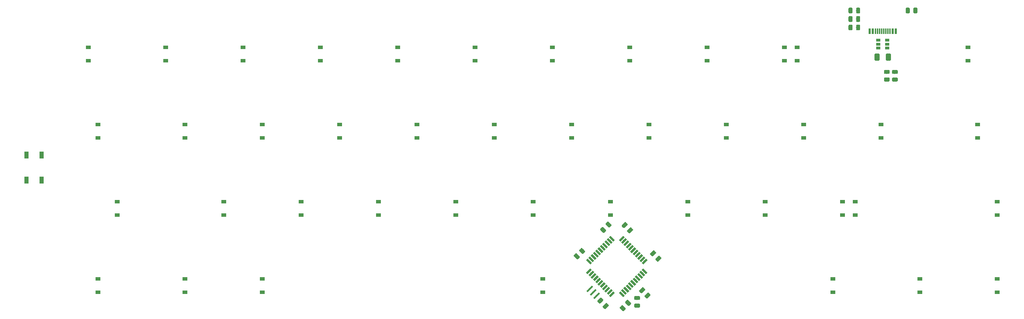
<source format=gbr>
G04 #@! TF.GenerationSoftware,KiCad,Pcbnew,(5.1.4)-1*
G04 #@! TF.CreationDate,2020-11-14T13:14:41-08:00*
G04 #@! TF.ProjectId,vanish,76616e69-7368-42e6-9b69-6361645f7063,rev?*
G04 #@! TF.SameCoordinates,Original*
G04 #@! TF.FileFunction,Paste,Bot*
G04 #@! TF.FilePolarity,Positive*
%FSLAX46Y46*%
G04 Gerber Fmt 4.6, Leading zero omitted, Abs format (unit mm)*
G04 Created by KiCad (PCBNEW (5.1.4)-1) date 2020-11-14 13:14:41*
%MOMM*%
%LPD*%
G04 APERTURE LIST*
%ADD10C,0.100000*%
%ADD11C,0.975000*%
%ADD12R,0.600000X1.450000*%
%ADD13R,0.300000X1.450000*%
%ADD14C,0.400000*%
%ADD15R,1.060000X0.650000*%
%ADD16R,1.100000X1.800000*%
%ADD17R,1.200000X0.900000*%
%ADD18C,1.250000*%
%ADD19C,0.550000*%
G04 APERTURE END LIST*
D10*
G36*
X165635719Y-90550362D02*
G01*
X165659380Y-90553872D01*
X165682584Y-90559684D01*
X165705106Y-90567742D01*
X165726730Y-90577970D01*
X165747247Y-90590267D01*
X165766460Y-90604517D01*
X165784184Y-90620581D01*
X166429419Y-91265816D01*
X166445483Y-91283540D01*
X166459733Y-91302753D01*
X166472030Y-91323270D01*
X166482258Y-91344894D01*
X166490316Y-91367416D01*
X166496128Y-91390620D01*
X166499638Y-91414281D01*
X166500812Y-91438173D01*
X166499638Y-91462065D01*
X166496128Y-91485726D01*
X166490316Y-91508930D01*
X166482258Y-91531452D01*
X166472030Y-91553076D01*
X166459733Y-91573593D01*
X166445483Y-91592806D01*
X166429419Y-91610530D01*
X166084704Y-91955245D01*
X166066980Y-91971309D01*
X166047767Y-91985559D01*
X166027250Y-91997856D01*
X166005626Y-92008084D01*
X165983104Y-92016142D01*
X165959900Y-92021954D01*
X165936239Y-92025464D01*
X165912347Y-92026638D01*
X165888455Y-92025464D01*
X165864794Y-92021954D01*
X165841590Y-92016142D01*
X165819068Y-92008084D01*
X165797444Y-91997856D01*
X165776927Y-91985559D01*
X165757714Y-91971309D01*
X165739990Y-91955245D01*
X165094755Y-91310010D01*
X165078691Y-91292286D01*
X165064441Y-91273073D01*
X165052144Y-91252556D01*
X165041916Y-91230932D01*
X165033858Y-91208410D01*
X165028046Y-91185206D01*
X165024536Y-91161545D01*
X165023362Y-91137653D01*
X165024536Y-91113761D01*
X165028046Y-91090100D01*
X165033858Y-91066896D01*
X165041916Y-91044374D01*
X165052144Y-91022750D01*
X165064441Y-91002233D01*
X165078691Y-90983020D01*
X165094755Y-90965296D01*
X165439470Y-90620581D01*
X165457194Y-90604517D01*
X165476407Y-90590267D01*
X165496924Y-90577970D01*
X165518548Y-90567742D01*
X165541070Y-90559684D01*
X165564274Y-90553872D01*
X165587935Y-90550362D01*
X165611827Y-90549188D01*
X165635719Y-90550362D01*
X165635719Y-90550362D01*
G37*
D11*
X165762087Y-91287913D03*
D10*
G36*
X166961545Y-89224536D02*
G01*
X166985206Y-89228046D01*
X167008410Y-89233858D01*
X167030932Y-89241916D01*
X167052556Y-89252144D01*
X167073073Y-89264441D01*
X167092286Y-89278691D01*
X167110010Y-89294755D01*
X167755245Y-89939990D01*
X167771309Y-89957714D01*
X167785559Y-89976927D01*
X167797856Y-89997444D01*
X167808084Y-90019068D01*
X167816142Y-90041590D01*
X167821954Y-90064794D01*
X167825464Y-90088455D01*
X167826638Y-90112347D01*
X167825464Y-90136239D01*
X167821954Y-90159900D01*
X167816142Y-90183104D01*
X167808084Y-90205626D01*
X167797856Y-90227250D01*
X167785559Y-90247767D01*
X167771309Y-90266980D01*
X167755245Y-90284704D01*
X167410530Y-90629419D01*
X167392806Y-90645483D01*
X167373593Y-90659733D01*
X167353076Y-90672030D01*
X167331452Y-90682258D01*
X167308930Y-90690316D01*
X167285726Y-90696128D01*
X167262065Y-90699638D01*
X167238173Y-90700812D01*
X167214281Y-90699638D01*
X167190620Y-90696128D01*
X167167416Y-90690316D01*
X167144894Y-90682258D01*
X167123270Y-90672030D01*
X167102753Y-90659733D01*
X167083540Y-90645483D01*
X167065816Y-90629419D01*
X166420581Y-89984184D01*
X166404517Y-89966460D01*
X166390267Y-89947247D01*
X166377970Y-89926730D01*
X166367742Y-89905106D01*
X166359684Y-89882584D01*
X166353872Y-89859380D01*
X166350362Y-89835719D01*
X166349188Y-89811827D01*
X166350362Y-89787935D01*
X166353872Y-89764274D01*
X166359684Y-89741070D01*
X166367742Y-89718548D01*
X166377970Y-89696924D01*
X166390267Y-89676407D01*
X166404517Y-89657194D01*
X166420581Y-89639470D01*
X166765296Y-89294755D01*
X166783020Y-89278691D01*
X166802233Y-89264441D01*
X166822750Y-89252144D01*
X166844374Y-89241916D01*
X166866896Y-89233858D01*
X166890100Y-89228046D01*
X166913761Y-89224536D01*
X166937653Y-89223362D01*
X166961545Y-89224536D01*
X166961545Y-89224536D01*
G37*
D11*
X167087913Y-89962087D03*
D10*
G36*
X172037065Y-87425362D02*
G01*
X172060726Y-87428872D01*
X172083930Y-87434684D01*
X172106452Y-87442742D01*
X172128076Y-87452970D01*
X172148593Y-87465267D01*
X172167806Y-87479517D01*
X172185530Y-87495581D01*
X172530245Y-87840296D01*
X172546309Y-87858020D01*
X172560559Y-87877233D01*
X172572856Y-87897750D01*
X172583084Y-87919374D01*
X172591142Y-87941896D01*
X172596954Y-87965100D01*
X172600464Y-87988761D01*
X172601638Y-88012653D01*
X172600464Y-88036545D01*
X172596954Y-88060206D01*
X172591142Y-88083410D01*
X172583084Y-88105932D01*
X172572856Y-88127556D01*
X172560559Y-88148073D01*
X172546309Y-88167286D01*
X172530245Y-88185010D01*
X171885010Y-88830245D01*
X171867286Y-88846309D01*
X171848073Y-88860559D01*
X171827556Y-88872856D01*
X171805932Y-88883084D01*
X171783410Y-88891142D01*
X171760206Y-88896954D01*
X171736545Y-88900464D01*
X171712653Y-88901638D01*
X171688761Y-88900464D01*
X171665100Y-88896954D01*
X171641896Y-88891142D01*
X171619374Y-88883084D01*
X171597750Y-88872856D01*
X171577233Y-88860559D01*
X171558020Y-88846309D01*
X171540296Y-88830245D01*
X171195581Y-88485530D01*
X171179517Y-88467806D01*
X171165267Y-88448593D01*
X171152970Y-88428076D01*
X171142742Y-88406452D01*
X171134684Y-88383930D01*
X171128872Y-88360726D01*
X171125362Y-88337065D01*
X171124188Y-88313173D01*
X171125362Y-88289281D01*
X171128872Y-88265620D01*
X171134684Y-88242416D01*
X171142742Y-88219894D01*
X171152970Y-88198270D01*
X171165267Y-88177753D01*
X171179517Y-88158540D01*
X171195581Y-88140816D01*
X171840816Y-87495581D01*
X171858540Y-87479517D01*
X171877753Y-87465267D01*
X171898270Y-87452970D01*
X171919894Y-87442742D01*
X171942416Y-87434684D01*
X171965620Y-87428872D01*
X171989281Y-87425362D01*
X172013173Y-87424188D01*
X172037065Y-87425362D01*
X172037065Y-87425362D01*
G37*
D11*
X171862913Y-88162913D03*
D10*
G36*
X170711239Y-86099536D02*
G01*
X170734900Y-86103046D01*
X170758104Y-86108858D01*
X170780626Y-86116916D01*
X170802250Y-86127144D01*
X170822767Y-86139441D01*
X170841980Y-86153691D01*
X170859704Y-86169755D01*
X171204419Y-86514470D01*
X171220483Y-86532194D01*
X171234733Y-86551407D01*
X171247030Y-86571924D01*
X171257258Y-86593548D01*
X171265316Y-86616070D01*
X171271128Y-86639274D01*
X171274638Y-86662935D01*
X171275812Y-86686827D01*
X171274638Y-86710719D01*
X171271128Y-86734380D01*
X171265316Y-86757584D01*
X171257258Y-86780106D01*
X171247030Y-86801730D01*
X171234733Y-86822247D01*
X171220483Y-86841460D01*
X171204419Y-86859184D01*
X170559184Y-87504419D01*
X170541460Y-87520483D01*
X170522247Y-87534733D01*
X170501730Y-87547030D01*
X170480106Y-87557258D01*
X170457584Y-87565316D01*
X170434380Y-87571128D01*
X170410719Y-87574638D01*
X170386827Y-87575812D01*
X170362935Y-87574638D01*
X170339274Y-87571128D01*
X170316070Y-87565316D01*
X170293548Y-87557258D01*
X170271924Y-87547030D01*
X170251407Y-87534733D01*
X170232194Y-87520483D01*
X170214470Y-87504419D01*
X169869755Y-87159704D01*
X169853691Y-87141980D01*
X169839441Y-87122767D01*
X169827144Y-87102250D01*
X169816916Y-87080626D01*
X169808858Y-87058104D01*
X169803046Y-87034900D01*
X169799536Y-87011239D01*
X169798362Y-86987347D01*
X169799536Y-86963455D01*
X169803046Y-86939794D01*
X169808858Y-86916590D01*
X169816916Y-86894068D01*
X169827144Y-86872444D01*
X169839441Y-86851927D01*
X169853691Y-86832714D01*
X169869755Y-86814990D01*
X170514990Y-86169755D01*
X170532714Y-86153691D01*
X170551927Y-86139441D01*
X170572444Y-86127144D01*
X170594068Y-86116916D01*
X170616590Y-86108858D01*
X170639794Y-86103046D01*
X170663455Y-86099536D01*
X170687347Y-86098362D01*
X170711239Y-86099536D01*
X170711239Y-86099536D01*
G37*
D11*
X170537087Y-86837087D03*
D10*
G36*
X222130142Y-17101174D02*
G01*
X222153803Y-17104684D01*
X222177007Y-17110496D01*
X222199529Y-17118554D01*
X222221153Y-17128782D01*
X222241670Y-17141079D01*
X222260883Y-17155329D01*
X222278607Y-17171393D01*
X222294671Y-17189117D01*
X222308921Y-17208330D01*
X222321218Y-17228847D01*
X222331446Y-17250471D01*
X222339504Y-17272993D01*
X222345316Y-17296197D01*
X222348826Y-17319858D01*
X222350000Y-17343750D01*
X222350000Y-18256250D01*
X222348826Y-18280142D01*
X222345316Y-18303803D01*
X222339504Y-18327007D01*
X222331446Y-18349529D01*
X222321218Y-18371153D01*
X222308921Y-18391670D01*
X222294671Y-18410883D01*
X222278607Y-18428607D01*
X222260883Y-18444671D01*
X222241670Y-18458921D01*
X222221153Y-18471218D01*
X222199529Y-18481446D01*
X222177007Y-18489504D01*
X222153803Y-18495316D01*
X222130142Y-18498826D01*
X222106250Y-18500000D01*
X221618750Y-18500000D01*
X221594858Y-18498826D01*
X221571197Y-18495316D01*
X221547993Y-18489504D01*
X221525471Y-18481446D01*
X221503847Y-18471218D01*
X221483330Y-18458921D01*
X221464117Y-18444671D01*
X221446393Y-18428607D01*
X221430329Y-18410883D01*
X221416079Y-18391670D01*
X221403782Y-18371153D01*
X221393554Y-18349529D01*
X221385496Y-18327007D01*
X221379684Y-18303803D01*
X221376174Y-18280142D01*
X221375000Y-18256250D01*
X221375000Y-17343750D01*
X221376174Y-17319858D01*
X221379684Y-17296197D01*
X221385496Y-17272993D01*
X221393554Y-17250471D01*
X221403782Y-17228847D01*
X221416079Y-17208330D01*
X221430329Y-17189117D01*
X221446393Y-17171393D01*
X221464117Y-17155329D01*
X221483330Y-17141079D01*
X221503847Y-17128782D01*
X221525471Y-17118554D01*
X221547993Y-17110496D01*
X221571197Y-17104684D01*
X221594858Y-17101174D01*
X221618750Y-17100000D01*
X222106250Y-17100000D01*
X222130142Y-17101174D01*
X222130142Y-17101174D01*
G37*
D11*
X221862500Y-17800000D03*
D10*
G36*
X224005142Y-17101174D02*
G01*
X224028803Y-17104684D01*
X224052007Y-17110496D01*
X224074529Y-17118554D01*
X224096153Y-17128782D01*
X224116670Y-17141079D01*
X224135883Y-17155329D01*
X224153607Y-17171393D01*
X224169671Y-17189117D01*
X224183921Y-17208330D01*
X224196218Y-17228847D01*
X224206446Y-17250471D01*
X224214504Y-17272993D01*
X224220316Y-17296197D01*
X224223826Y-17319858D01*
X224225000Y-17343750D01*
X224225000Y-18256250D01*
X224223826Y-18280142D01*
X224220316Y-18303803D01*
X224214504Y-18327007D01*
X224206446Y-18349529D01*
X224196218Y-18371153D01*
X224183921Y-18391670D01*
X224169671Y-18410883D01*
X224153607Y-18428607D01*
X224135883Y-18444671D01*
X224116670Y-18458921D01*
X224096153Y-18471218D01*
X224074529Y-18481446D01*
X224052007Y-18489504D01*
X224028803Y-18495316D01*
X224005142Y-18498826D01*
X223981250Y-18500000D01*
X223493750Y-18500000D01*
X223469858Y-18498826D01*
X223446197Y-18495316D01*
X223422993Y-18489504D01*
X223400471Y-18481446D01*
X223378847Y-18471218D01*
X223358330Y-18458921D01*
X223339117Y-18444671D01*
X223321393Y-18428607D01*
X223305329Y-18410883D01*
X223291079Y-18391670D01*
X223278782Y-18371153D01*
X223268554Y-18349529D01*
X223260496Y-18327007D01*
X223254684Y-18303803D01*
X223251174Y-18280142D01*
X223250000Y-18256250D01*
X223250000Y-17343750D01*
X223251174Y-17319858D01*
X223254684Y-17296197D01*
X223260496Y-17272993D01*
X223268554Y-17250471D01*
X223278782Y-17228847D01*
X223291079Y-17208330D01*
X223305329Y-17189117D01*
X223321393Y-17171393D01*
X223339117Y-17155329D01*
X223358330Y-17141079D01*
X223378847Y-17128782D01*
X223400471Y-17118554D01*
X223422993Y-17110496D01*
X223446197Y-17104684D01*
X223469858Y-17101174D01*
X223493750Y-17100000D01*
X223981250Y-17100000D01*
X224005142Y-17101174D01*
X224005142Y-17101174D01*
G37*
D11*
X223737500Y-17800000D03*
D12*
X233015000Y-22895000D03*
X226565000Y-22895000D03*
X232240000Y-22895000D03*
X227340000Y-22895000D03*
D13*
X228040000Y-22895000D03*
X231540000Y-22895000D03*
X228540000Y-22895000D03*
X231040000Y-22895000D03*
X229040000Y-22895000D03*
X230540000Y-22895000D03*
X230040000Y-22895000D03*
X229540000Y-22895000D03*
D10*
G36*
X231280142Y-32476174D02*
G01*
X231303803Y-32479684D01*
X231327007Y-32485496D01*
X231349529Y-32493554D01*
X231371153Y-32503782D01*
X231391670Y-32516079D01*
X231410883Y-32530329D01*
X231428607Y-32546393D01*
X231444671Y-32564117D01*
X231458921Y-32583330D01*
X231471218Y-32603847D01*
X231481446Y-32625471D01*
X231489504Y-32647993D01*
X231495316Y-32671197D01*
X231498826Y-32694858D01*
X231500000Y-32718750D01*
X231500000Y-33206250D01*
X231498826Y-33230142D01*
X231495316Y-33253803D01*
X231489504Y-33277007D01*
X231481446Y-33299529D01*
X231471218Y-33321153D01*
X231458921Y-33341670D01*
X231444671Y-33360883D01*
X231428607Y-33378607D01*
X231410883Y-33394671D01*
X231391670Y-33408921D01*
X231371153Y-33421218D01*
X231349529Y-33431446D01*
X231327007Y-33439504D01*
X231303803Y-33445316D01*
X231280142Y-33448826D01*
X231256250Y-33450000D01*
X230343750Y-33450000D01*
X230319858Y-33448826D01*
X230296197Y-33445316D01*
X230272993Y-33439504D01*
X230250471Y-33431446D01*
X230228847Y-33421218D01*
X230208330Y-33408921D01*
X230189117Y-33394671D01*
X230171393Y-33378607D01*
X230155329Y-33360883D01*
X230141079Y-33341670D01*
X230128782Y-33321153D01*
X230118554Y-33299529D01*
X230110496Y-33277007D01*
X230104684Y-33253803D01*
X230101174Y-33230142D01*
X230100000Y-33206250D01*
X230100000Y-32718750D01*
X230101174Y-32694858D01*
X230104684Y-32671197D01*
X230110496Y-32647993D01*
X230118554Y-32625471D01*
X230128782Y-32603847D01*
X230141079Y-32583330D01*
X230155329Y-32564117D01*
X230171393Y-32546393D01*
X230189117Y-32530329D01*
X230208330Y-32516079D01*
X230228847Y-32503782D01*
X230250471Y-32493554D01*
X230272993Y-32485496D01*
X230296197Y-32479684D01*
X230319858Y-32476174D01*
X230343750Y-32475000D01*
X231256250Y-32475000D01*
X231280142Y-32476174D01*
X231280142Y-32476174D01*
G37*
D11*
X230800000Y-32962500D03*
D10*
G36*
X231280142Y-34351174D02*
G01*
X231303803Y-34354684D01*
X231327007Y-34360496D01*
X231349529Y-34368554D01*
X231371153Y-34378782D01*
X231391670Y-34391079D01*
X231410883Y-34405329D01*
X231428607Y-34421393D01*
X231444671Y-34439117D01*
X231458921Y-34458330D01*
X231471218Y-34478847D01*
X231481446Y-34500471D01*
X231489504Y-34522993D01*
X231495316Y-34546197D01*
X231498826Y-34569858D01*
X231500000Y-34593750D01*
X231500000Y-35081250D01*
X231498826Y-35105142D01*
X231495316Y-35128803D01*
X231489504Y-35152007D01*
X231481446Y-35174529D01*
X231471218Y-35196153D01*
X231458921Y-35216670D01*
X231444671Y-35235883D01*
X231428607Y-35253607D01*
X231410883Y-35269671D01*
X231391670Y-35283921D01*
X231371153Y-35296218D01*
X231349529Y-35306446D01*
X231327007Y-35314504D01*
X231303803Y-35320316D01*
X231280142Y-35323826D01*
X231256250Y-35325000D01*
X230343750Y-35325000D01*
X230319858Y-35323826D01*
X230296197Y-35320316D01*
X230272993Y-35314504D01*
X230250471Y-35306446D01*
X230228847Y-35296218D01*
X230208330Y-35283921D01*
X230189117Y-35269671D01*
X230171393Y-35253607D01*
X230155329Y-35235883D01*
X230141079Y-35216670D01*
X230128782Y-35196153D01*
X230118554Y-35174529D01*
X230110496Y-35152007D01*
X230104684Y-35128803D01*
X230101174Y-35105142D01*
X230100000Y-35081250D01*
X230100000Y-34593750D01*
X230101174Y-34569858D01*
X230104684Y-34546197D01*
X230110496Y-34522993D01*
X230118554Y-34500471D01*
X230128782Y-34478847D01*
X230141079Y-34458330D01*
X230155329Y-34439117D01*
X230171393Y-34421393D01*
X230189117Y-34405329D01*
X230208330Y-34391079D01*
X230228847Y-34378782D01*
X230250471Y-34368554D01*
X230272993Y-34360496D01*
X230296197Y-34354684D01*
X230319858Y-34351174D01*
X230343750Y-34350000D01*
X231256250Y-34350000D01*
X231280142Y-34351174D01*
X231280142Y-34351174D01*
G37*
D11*
X230800000Y-34837500D03*
D10*
G36*
X233280142Y-32476174D02*
G01*
X233303803Y-32479684D01*
X233327007Y-32485496D01*
X233349529Y-32493554D01*
X233371153Y-32503782D01*
X233391670Y-32516079D01*
X233410883Y-32530329D01*
X233428607Y-32546393D01*
X233444671Y-32564117D01*
X233458921Y-32583330D01*
X233471218Y-32603847D01*
X233481446Y-32625471D01*
X233489504Y-32647993D01*
X233495316Y-32671197D01*
X233498826Y-32694858D01*
X233500000Y-32718750D01*
X233500000Y-33206250D01*
X233498826Y-33230142D01*
X233495316Y-33253803D01*
X233489504Y-33277007D01*
X233481446Y-33299529D01*
X233471218Y-33321153D01*
X233458921Y-33341670D01*
X233444671Y-33360883D01*
X233428607Y-33378607D01*
X233410883Y-33394671D01*
X233391670Y-33408921D01*
X233371153Y-33421218D01*
X233349529Y-33431446D01*
X233327007Y-33439504D01*
X233303803Y-33445316D01*
X233280142Y-33448826D01*
X233256250Y-33450000D01*
X232343750Y-33450000D01*
X232319858Y-33448826D01*
X232296197Y-33445316D01*
X232272993Y-33439504D01*
X232250471Y-33431446D01*
X232228847Y-33421218D01*
X232208330Y-33408921D01*
X232189117Y-33394671D01*
X232171393Y-33378607D01*
X232155329Y-33360883D01*
X232141079Y-33341670D01*
X232128782Y-33321153D01*
X232118554Y-33299529D01*
X232110496Y-33277007D01*
X232104684Y-33253803D01*
X232101174Y-33230142D01*
X232100000Y-33206250D01*
X232100000Y-32718750D01*
X232101174Y-32694858D01*
X232104684Y-32671197D01*
X232110496Y-32647993D01*
X232118554Y-32625471D01*
X232128782Y-32603847D01*
X232141079Y-32583330D01*
X232155329Y-32564117D01*
X232171393Y-32546393D01*
X232189117Y-32530329D01*
X232208330Y-32516079D01*
X232228847Y-32503782D01*
X232250471Y-32493554D01*
X232272993Y-32485496D01*
X232296197Y-32479684D01*
X232319858Y-32476174D01*
X232343750Y-32475000D01*
X233256250Y-32475000D01*
X233280142Y-32476174D01*
X233280142Y-32476174D01*
G37*
D11*
X232800000Y-32962500D03*
D10*
G36*
X233280142Y-34351174D02*
G01*
X233303803Y-34354684D01*
X233327007Y-34360496D01*
X233349529Y-34368554D01*
X233371153Y-34378782D01*
X233391670Y-34391079D01*
X233410883Y-34405329D01*
X233428607Y-34421393D01*
X233444671Y-34439117D01*
X233458921Y-34458330D01*
X233471218Y-34478847D01*
X233481446Y-34500471D01*
X233489504Y-34522993D01*
X233495316Y-34546197D01*
X233498826Y-34569858D01*
X233500000Y-34593750D01*
X233500000Y-35081250D01*
X233498826Y-35105142D01*
X233495316Y-35128803D01*
X233489504Y-35152007D01*
X233481446Y-35174529D01*
X233471218Y-35196153D01*
X233458921Y-35216670D01*
X233444671Y-35235883D01*
X233428607Y-35253607D01*
X233410883Y-35269671D01*
X233391670Y-35283921D01*
X233371153Y-35296218D01*
X233349529Y-35306446D01*
X233327007Y-35314504D01*
X233303803Y-35320316D01*
X233280142Y-35323826D01*
X233256250Y-35325000D01*
X232343750Y-35325000D01*
X232319858Y-35323826D01*
X232296197Y-35320316D01*
X232272993Y-35314504D01*
X232250471Y-35306446D01*
X232228847Y-35296218D01*
X232208330Y-35283921D01*
X232189117Y-35269671D01*
X232171393Y-35253607D01*
X232155329Y-35235883D01*
X232141079Y-35216670D01*
X232128782Y-35196153D01*
X232118554Y-35174529D01*
X232110496Y-35152007D01*
X232104684Y-35128803D01*
X232101174Y-35105142D01*
X232100000Y-35081250D01*
X232100000Y-34593750D01*
X232101174Y-34569858D01*
X232104684Y-34546197D01*
X232110496Y-34522993D01*
X232118554Y-34500471D01*
X232128782Y-34478847D01*
X232141079Y-34458330D01*
X232155329Y-34439117D01*
X232171393Y-34421393D01*
X232189117Y-34405329D01*
X232208330Y-34391079D01*
X232228847Y-34378782D01*
X232250471Y-34368554D01*
X232272993Y-34360496D01*
X232296197Y-34354684D01*
X232319858Y-34351174D01*
X232343750Y-34350000D01*
X233256250Y-34350000D01*
X233280142Y-34351174D01*
X233280142Y-34351174D01*
G37*
D11*
X232800000Y-34837500D03*
D14*
X159300000Y-88200000D03*
D10*
G36*
X158486827Y-88730330D02*
G01*
X159830330Y-87386827D01*
X160113173Y-87669670D01*
X158769670Y-89013173D01*
X158486827Y-88730330D01*
X158486827Y-88730330D01*
G37*
D14*
X158451472Y-87351472D03*
D10*
G36*
X157638299Y-87881802D02*
G01*
X158981802Y-86538299D01*
X159264645Y-86821142D01*
X157921142Y-88164645D01*
X157638299Y-87881802D01*
X157638299Y-87881802D01*
G37*
D14*
X157602944Y-86502944D03*
D10*
G36*
X156789771Y-87033274D02*
G01*
X158133274Y-85689771D01*
X158416117Y-85972614D01*
X157072614Y-87316117D01*
X156789771Y-87033274D01*
X156789771Y-87033274D01*
G37*
G36*
X222130142Y-21301174D02*
G01*
X222153803Y-21304684D01*
X222177007Y-21310496D01*
X222199529Y-21318554D01*
X222221153Y-21328782D01*
X222241670Y-21341079D01*
X222260883Y-21355329D01*
X222278607Y-21371393D01*
X222294671Y-21389117D01*
X222308921Y-21408330D01*
X222321218Y-21428847D01*
X222331446Y-21450471D01*
X222339504Y-21472993D01*
X222345316Y-21496197D01*
X222348826Y-21519858D01*
X222350000Y-21543750D01*
X222350000Y-22456250D01*
X222348826Y-22480142D01*
X222345316Y-22503803D01*
X222339504Y-22527007D01*
X222331446Y-22549529D01*
X222321218Y-22571153D01*
X222308921Y-22591670D01*
X222294671Y-22610883D01*
X222278607Y-22628607D01*
X222260883Y-22644671D01*
X222241670Y-22658921D01*
X222221153Y-22671218D01*
X222199529Y-22681446D01*
X222177007Y-22689504D01*
X222153803Y-22695316D01*
X222130142Y-22698826D01*
X222106250Y-22700000D01*
X221618750Y-22700000D01*
X221594858Y-22698826D01*
X221571197Y-22695316D01*
X221547993Y-22689504D01*
X221525471Y-22681446D01*
X221503847Y-22671218D01*
X221483330Y-22658921D01*
X221464117Y-22644671D01*
X221446393Y-22628607D01*
X221430329Y-22610883D01*
X221416079Y-22591670D01*
X221403782Y-22571153D01*
X221393554Y-22549529D01*
X221385496Y-22527007D01*
X221379684Y-22503803D01*
X221376174Y-22480142D01*
X221375000Y-22456250D01*
X221375000Y-21543750D01*
X221376174Y-21519858D01*
X221379684Y-21496197D01*
X221385496Y-21472993D01*
X221393554Y-21450471D01*
X221403782Y-21428847D01*
X221416079Y-21408330D01*
X221430329Y-21389117D01*
X221446393Y-21371393D01*
X221464117Y-21355329D01*
X221483330Y-21341079D01*
X221503847Y-21328782D01*
X221525471Y-21318554D01*
X221547993Y-21310496D01*
X221571197Y-21304684D01*
X221594858Y-21301174D01*
X221618750Y-21300000D01*
X222106250Y-21300000D01*
X222130142Y-21301174D01*
X222130142Y-21301174D01*
G37*
D11*
X221862500Y-22000000D03*
D10*
G36*
X224005142Y-21301174D02*
G01*
X224028803Y-21304684D01*
X224052007Y-21310496D01*
X224074529Y-21318554D01*
X224096153Y-21328782D01*
X224116670Y-21341079D01*
X224135883Y-21355329D01*
X224153607Y-21371393D01*
X224169671Y-21389117D01*
X224183921Y-21408330D01*
X224196218Y-21428847D01*
X224206446Y-21450471D01*
X224214504Y-21472993D01*
X224220316Y-21496197D01*
X224223826Y-21519858D01*
X224225000Y-21543750D01*
X224225000Y-22456250D01*
X224223826Y-22480142D01*
X224220316Y-22503803D01*
X224214504Y-22527007D01*
X224206446Y-22549529D01*
X224196218Y-22571153D01*
X224183921Y-22591670D01*
X224169671Y-22610883D01*
X224153607Y-22628607D01*
X224135883Y-22644671D01*
X224116670Y-22658921D01*
X224096153Y-22671218D01*
X224074529Y-22681446D01*
X224052007Y-22689504D01*
X224028803Y-22695316D01*
X224005142Y-22698826D01*
X223981250Y-22700000D01*
X223493750Y-22700000D01*
X223469858Y-22698826D01*
X223446197Y-22695316D01*
X223422993Y-22689504D01*
X223400471Y-22681446D01*
X223378847Y-22671218D01*
X223358330Y-22658921D01*
X223339117Y-22644671D01*
X223321393Y-22628607D01*
X223305329Y-22610883D01*
X223291079Y-22591670D01*
X223278782Y-22571153D01*
X223268554Y-22549529D01*
X223260496Y-22527007D01*
X223254684Y-22503803D01*
X223251174Y-22480142D01*
X223250000Y-22456250D01*
X223250000Y-21543750D01*
X223251174Y-21519858D01*
X223254684Y-21496197D01*
X223260496Y-21472993D01*
X223268554Y-21450471D01*
X223278782Y-21428847D01*
X223291079Y-21408330D01*
X223305329Y-21389117D01*
X223321393Y-21371393D01*
X223339117Y-21355329D01*
X223358330Y-21341079D01*
X223378847Y-21328782D01*
X223400471Y-21318554D01*
X223422993Y-21310496D01*
X223446197Y-21304684D01*
X223469858Y-21301174D01*
X223493750Y-21300000D01*
X223981250Y-21300000D01*
X224005142Y-21301174D01*
X224005142Y-21301174D01*
G37*
D11*
X223737500Y-22000000D03*
D10*
G36*
X224005142Y-19201174D02*
G01*
X224028803Y-19204684D01*
X224052007Y-19210496D01*
X224074529Y-19218554D01*
X224096153Y-19228782D01*
X224116670Y-19241079D01*
X224135883Y-19255329D01*
X224153607Y-19271393D01*
X224169671Y-19289117D01*
X224183921Y-19308330D01*
X224196218Y-19328847D01*
X224206446Y-19350471D01*
X224214504Y-19372993D01*
X224220316Y-19396197D01*
X224223826Y-19419858D01*
X224225000Y-19443750D01*
X224225000Y-20356250D01*
X224223826Y-20380142D01*
X224220316Y-20403803D01*
X224214504Y-20427007D01*
X224206446Y-20449529D01*
X224196218Y-20471153D01*
X224183921Y-20491670D01*
X224169671Y-20510883D01*
X224153607Y-20528607D01*
X224135883Y-20544671D01*
X224116670Y-20558921D01*
X224096153Y-20571218D01*
X224074529Y-20581446D01*
X224052007Y-20589504D01*
X224028803Y-20595316D01*
X224005142Y-20598826D01*
X223981250Y-20600000D01*
X223493750Y-20600000D01*
X223469858Y-20598826D01*
X223446197Y-20595316D01*
X223422993Y-20589504D01*
X223400471Y-20581446D01*
X223378847Y-20571218D01*
X223358330Y-20558921D01*
X223339117Y-20544671D01*
X223321393Y-20528607D01*
X223305329Y-20510883D01*
X223291079Y-20491670D01*
X223278782Y-20471153D01*
X223268554Y-20449529D01*
X223260496Y-20427007D01*
X223254684Y-20403803D01*
X223251174Y-20380142D01*
X223250000Y-20356250D01*
X223250000Y-19443750D01*
X223251174Y-19419858D01*
X223254684Y-19396197D01*
X223260496Y-19372993D01*
X223268554Y-19350471D01*
X223278782Y-19328847D01*
X223291079Y-19308330D01*
X223305329Y-19289117D01*
X223321393Y-19271393D01*
X223339117Y-19255329D01*
X223358330Y-19241079D01*
X223378847Y-19228782D01*
X223400471Y-19218554D01*
X223422993Y-19210496D01*
X223446197Y-19204684D01*
X223469858Y-19201174D01*
X223493750Y-19200000D01*
X223981250Y-19200000D01*
X224005142Y-19201174D01*
X224005142Y-19201174D01*
G37*
D11*
X223737500Y-19900000D03*
D10*
G36*
X222130142Y-19201174D02*
G01*
X222153803Y-19204684D01*
X222177007Y-19210496D01*
X222199529Y-19218554D01*
X222221153Y-19228782D01*
X222241670Y-19241079D01*
X222260883Y-19255329D01*
X222278607Y-19271393D01*
X222294671Y-19289117D01*
X222308921Y-19308330D01*
X222321218Y-19328847D01*
X222331446Y-19350471D01*
X222339504Y-19372993D01*
X222345316Y-19396197D01*
X222348826Y-19419858D01*
X222350000Y-19443750D01*
X222350000Y-20356250D01*
X222348826Y-20380142D01*
X222345316Y-20403803D01*
X222339504Y-20427007D01*
X222331446Y-20449529D01*
X222321218Y-20471153D01*
X222308921Y-20491670D01*
X222294671Y-20510883D01*
X222278607Y-20528607D01*
X222260883Y-20544671D01*
X222241670Y-20558921D01*
X222221153Y-20571218D01*
X222199529Y-20581446D01*
X222177007Y-20589504D01*
X222153803Y-20595316D01*
X222130142Y-20598826D01*
X222106250Y-20600000D01*
X221618750Y-20600000D01*
X221594858Y-20598826D01*
X221571197Y-20595316D01*
X221547993Y-20589504D01*
X221525471Y-20581446D01*
X221503847Y-20571218D01*
X221483330Y-20558921D01*
X221464117Y-20544671D01*
X221446393Y-20528607D01*
X221430329Y-20510883D01*
X221416079Y-20491670D01*
X221403782Y-20471153D01*
X221393554Y-20449529D01*
X221385496Y-20427007D01*
X221379684Y-20403803D01*
X221376174Y-20380142D01*
X221375000Y-20356250D01*
X221375000Y-19443750D01*
X221376174Y-19419858D01*
X221379684Y-19396197D01*
X221385496Y-19372993D01*
X221393554Y-19350471D01*
X221403782Y-19328847D01*
X221416079Y-19308330D01*
X221430329Y-19289117D01*
X221446393Y-19271393D01*
X221464117Y-19255329D01*
X221483330Y-19241079D01*
X221503847Y-19228782D01*
X221525471Y-19218554D01*
X221547993Y-19210496D01*
X221571197Y-19204684D01*
X221594858Y-19201174D01*
X221618750Y-19200000D01*
X222106250Y-19200000D01*
X222130142Y-19201174D01*
X222130142Y-19201174D01*
G37*
D11*
X221862500Y-19900000D03*
D15*
X230900000Y-26100000D03*
X230900000Y-27050000D03*
X230900000Y-25150000D03*
X228700000Y-25150000D03*
X228700000Y-26100000D03*
X228700000Y-27050000D03*
D16*
X18931625Y-59700000D03*
X22631625Y-53500000D03*
X22631625Y-59700000D03*
X18931625Y-53500000D03*
D17*
X146050000Y-84075000D03*
X146050000Y-87375000D03*
D10*
G36*
X154310719Y-77725362D02*
G01*
X154334380Y-77728872D01*
X154357584Y-77734684D01*
X154380106Y-77742742D01*
X154401730Y-77752970D01*
X154422247Y-77765267D01*
X154441460Y-77779517D01*
X154459184Y-77795581D01*
X155104419Y-78440816D01*
X155120483Y-78458540D01*
X155134733Y-78477753D01*
X155147030Y-78498270D01*
X155157258Y-78519894D01*
X155165316Y-78542416D01*
X155171128Y-78565620D01*
X155174638Y-78589281D01*
X155175812Y-78613173D01*
X155174638Y-78637065D01*
X155171128Y-78660726D01*
X155165316Y-78683930D01*
X155157258Y-78706452D01*
X155147030Y-78728076D01*
X155134733Y-78748593D01*
X155120483Y-78767806D01*
X155104419Y-78785530D01*
X154759704Y-79130245D01*
X154741980Y-79146309D01*
X154722767Y-79160559D01*
X154702250Y-79172856D01*
X154680626Y-79183084D01*
X154658104Y-79191142D01*
X154634900Y-79196954D01*
X154611239Y-79200464D01*
X154587347Y-79201638D01*
X154563455Y-79200464D01*
X154539794Y-79196954D01*
X154516590Y-79191142D01*
X154494068Y-79183084D01*
X154472444Y-79172856D01*
X154451927Y-79160559D01*
X154432714Y-79146309D01*
X154414990Y-79130245D01*
X153769755Y-78485010D01*
X153753691Y-78467286D01*
X153739441Y-78448073D01*
X153727144Y-78427556D01*
X153716916Y-78405932D01*
X153708858Y-78383410D01*
X153703046Y-78360206D01*
X153699536Y-78336545D01*
X153698362Y-78312653D01*
X153699536Y-78288761D01*
X153703046Y-78265100D01*
X153708858Y-78241896D01*
X153716916Y-78219374D01*
X153727144Y-78197750D01*
X153739441Y-78177233D01*
X153753691Y-78158020D01*
X153769755Y-78140296D01*
X154114470Y-77795581D01*
X154132194Y-77779517D01*
X154151407Y-77765267D01*
X154171924Y-77752970D01*
X154193548Y-77742742D01*
X154216070Y-77734684D01*
X154239274Y-77728872D01*
X154262935Y-77725362D01*
X154286827Y-77724188D01*
X154310719Y-77725362D01*
X154310719Y-77725362D01*
G37*
D11*
X154437087Y-78462913D03*
D10*
G36*
X155636545Y-76399536D02*
G01*
X155660206Y-76403046D01*
X155683410Y-76408858D01*
X155705932Y-76416916D01*
X155727556Y-76427144D01*
X155748073Y-76439441D01*
X155767286Y-76453691D01*
X155785010Y-76469755D01*
X156430245Y-77114990D01*
X156446309Y-77132714D01*
X156460559Y-77151927D01*
X156472856Y-77172444D01*
X156483084Y-77194068D01*
X156491142Y-77216590D01*
X156496954Y-77239794D01*
X156500464Y-77263455D01*
X156501638Y-77287347D01*
X156500464Y-77311239D01*
X156496954Y-77334900D01*
X156491142Y-77358104D01*
X156483084Y-77380626D01*
X156472856Y-77402250D01*
X156460559Y-77422767D01*
X156446309Y-77441980D01*
X156430245Y-77459704D01*
X156085530Y-77804419D01*
X156067806Y-77820483D01*
X156048593Y-77834733D01*
X156028076Y-77847030D01*
X156006452Y-77857258D01*
X155983930Y-77865316D01*
X155960726Y-77871128D01*
X155937065Y-77874638D01*
X155913173Y-77875812D01*
X155889281Y-77874638D01*
X155865620Y-77871128D01*
X155842416Y-77865316D01*
X155819894Y-77857258D01*
X155798270Y-77847030D01*
X155777753Y-77834733D01*
X155758540Y-77820483D01*
X155740816Y-77804419D01*
X155095581Y-77159184D01*
X155079517Y-77141460D01*
X155065267Y-77122247D01*
X155052970Y-77101730D01*
X155042742Y-77080106D01*
X155034684Y-77057584D01*
X155028872Y-77034380D01*
X155025362Y-77010719D01*
X155024188Y-76986827D01*
X155025362Y-76962935D01*
X155028872Y-76939274D01*
X155034684Y-76916070D01*
X155042742Y-76893548D01*
X155052970Y-76871924D01*
X155065267Y-76851407D01*
X155079517Y-76832194D01*
X155095581Y-76814470D01*
X155440296Y-76469755D01*
X155458020Y-76453691D01*
X155477233Y-76439441D01*
X155497750Y-76427144D01*
X155519374Y-76416916D01*
X155541896Y-76408858D01*
X155565100Y-76403046D01*
X155588761Y-76399536D01*
X155612653Y-76398362D01*
X155636545Y-76399536D01*
X155636545Y-76399536D01*
G37*
D11*
X155762913Y-77137087D03*
D10*
G36*
X238105142Y-17101174D02*
G01*
X238128803Y-17104684D01*
X238152007Y-17110496D01*
X238174529Y-17118554D01*
X238196153Y-17128782D01*
X238216670Y-17141079D01*
X238235883Y-17155329D01*
X238253607Y-17171393D01*
X238269671Y-17189117D01*
X238283921Y-17208330D01*
X238296218Y-17228847D01*
X238306446Y-17250471D01*
X238314504Y-17272993D01*
X238320316Y-17296197D01*
X238323826Y-17319858D01*
X238325000Y-17343750D01*
X238325000Y-18256250D01*
X238323826Y-18280142D01*
X238320316Y-18303803D01*
X238314504Y-18327007D01*
X238306446Y-18349529D01*
X238296218Y-18371153D01*
X238283921Y-18391670D01*
X238269671Y-18410883D01*
X238253607Y-18428607D01*
X238235883Y-18444671D01*
X238216670Y-18458921D01*
X238196153Y-18471218D01*
X238174529Y-18481446D01*
X238152007Y-18489504D01*
X238128803Y-18495316D01*
X238105142Y-18498826D01*
X238081250Y-18500000D01*
X237593750Y-18500000D01*
X237569858Y-18498826D01*
X237546197Y-18495316D01*
X237522993Y-18489504D01*
X237500471Y-18481446D01*
X237478847Y-18471218D01*
X237458330Y-18458921D01*
X237439117Y-18444671D01*
X237421393Y-18428607D01*
X237405329Y-18410883D01*
X237391079Y-18391670D01*
X237378782Y-18371153D01*
X237368554Y-18349529D01*
X237360496Y-18327007D01*
X237354684Y-18303803D01*
X237351174Y-18280142D01*
X237350000Y-18256250D01*
X237350000Y-17343750D01*
X237351174Y-17319858D01*
X237354684Y-17296197D01*
X237360496Y-17272993D01*
X237368554Y-17250471D01*
X237378782Y-17228847D01*
X237391079Y-17208330D01*
X237405329Y-17189117D01*
X237421393Y-17171393D01*
X237439117Y-17155329D01*
X237458330Y-17141079D01*
X237478847Y-17128782D01*
X237500471Y-17118554D01*
X237522993Y-17110496D01*
X237546197Y-17104684D01*
X237569858Y-17101174D01*
X237593750Y-17100000D01*
X238081250Y-17100000D01*
X238105142Y-17101174D01*
X238105142Y-17101174D01*
G37*
D11*
X237837500Y-17800000D03*
D10*
G36*
X236230142Y-17101174D02*
G01*
X236253803Y-17104684D01*
X236277007Y-17110496D01*
X236299529Y-17118554D01*
X236321153Y-17128782D01*
X236341670Y-17141079D01*
X236360883Y-17155329D01*
X236378607Y-17171393D01*
X236394671Y-17189117D01*
X236408921Y-17208330D01*
X236421218Y-17228847D01*
X236431446Y-17250471D01*
X236439504Y-17272993D01*
X236445316Y-17296197D01*
X236448826Y-17319858D01*
X236450000Y-17343750D01*
X236450000Y-18256250D01*
X236448826Y-18280142D01*
X236445316Y-18303803D01*
X236439504Y-18327007D01*
X236431446Y-18349529D01*
X236421218Y-18371153D01*
X236408921Y-18391670D01*
X236394671Y-18410883D01*
X236378607Y-18428607D01*
X236360883Y-18444671D01*
X236341670Y-18458921D01*
X236321153Y-18471218D01*
X236299529Y-18481446D01*
X236277007Y-18489504D01*
X236253803Y-18495316D01*
X236230142Y-18498826D01*
X236206250Y-18500000D01*
X235718750Y-18500000D01*
X235694858Y-18498826D01*
X235671197Y-18495316D01*
X235647993Y-18489504D01*
X235625471Y-18481446D01*
X235603847Y-18471218D01*
X235583330Y-18458921D01*
X235564117Y-18444671D01*
X235546393Y-18428607D01*
X235530329Y-18410883D01*
X235516079Y-18391670D01*
X235503782Y-18371153D01*
X235493554Y-18349529D01*
X235485496Y-18327007D01*
X235479684Y-18303803D01*
X235476174Y-18280142D01*
X235475000Y-18256250D01*
X235475000Y-17343750D01*
X235476174Y-17319858D01*
X235479684Y-17296197D01*
X235485496Y-17272993D01*
X235493554Y-17250471D01*
X235503782Y-17228847D01*
X235516079Y-17208330D01*
X235530329Y-17189117D01*
X235546393Y-17171393D01*
X235564117Y-17155329D01*
X235583330Y-17141079D01*
X235603847Y-17128782D01*
X235625471Y-17118554D01*
X235647993Y-17110496D01*
X235671197Y-17104684D01*
X235694858Y-17101174D01*
X235718750Y-17100000D01*
X236206250Y-17100000D01*
X236230142Y-17101174D01*
X236230142Y-17101174D01*
G37*
D11*
X235962500Y-17800000D03*
D10*
G36*
X228799504Y-28426204D02*
G01*
X228823773Y-28429804D01*
X228847571Y-28435765D01*
X228870671Y-28444030D01*
X228892849Y-28454520D01*
X228913893Y-28467133D01*
X228933598Y-28481747D01*
X228951777Y-28498223D01*
X228968253Y-28516402D01*
X228982867Y-28536107D01*
X228995480Y-28557151D01*
X229005970Y-28579329D01*
X229014235Y-28602429D01*
X229020196Y-28626227D01*
X229023796Y-28650496D01*
X229025000Y-28675000D01*
X229025000Y-29925000D01*
X229023796Y-29949504D01*
X229020196Y-29973773D01*
X229014235Y-29997571D01*
X229005970Y-30020671D01*
X228995480Y-30042849D01*
X228982867Y-30063893D01*
X228968253Y-30083598D01*
X228951777Y-30101777D01*
X228933598Y-30118253D01*
X228913893Y-30132867D01*
X228892849Y-30145480D01*
X228870671Y-30155970D01*
X228847571Y-30164235D01*
X228823773Y-30170196D01*
X228799504Y-30173796D01*
X228775000Y-30175000D01*
X228025000Y-30175000D01*
X228000496Y-30173796D01*
X227976227Y-30170196D01*
X227952429Y-30164235D01*
X227929329Y-30155970D01*
X227907151Y-30145480D01*
X227886107Y-30132867D01*
X227866402Y-30118253D01*
X227848223Y-30101777D01*
X227831747Y-30083598D01*
X227817133Y-30063893D01*
X227804520Y-30042849D01*
X227794030Y-30020671D01*
X227785765Y-29997571D01*
X227779804Y-29973773D01*
X227776204Y-29949504D01*
X227775000Y-29925000D01*
X227775000Y-28675000D01*
X227776204Y-28650496D01*
X227779804Y-28626227D01*
X227785765Y-28602429D01*
X227794030Y-28579329D01*
X227804520Y-28557151D01*
X227817133Y-28536107D01*
X227831747Y-28516402D01*
X227848223Y-28498223D01*
X227866402Y-28481747D01*
X227886107Y-28467133D01*
X227907151Y-28454520D01*
X227929329Y-28444030D01*
X227952429Y-28435765D01*
X227976227Y-28429804D01*
X228000496Y-28426204D01*
X228025000Y-28425000D01*
X228775000Y-28425000D01*
X228799504Y-28426204D01*
X228799504Y-28426204D01*
G37*
D18*
X228400000Y-29300000D03*
D10*
G36*
X231599504Y-28426204D02*
G01*
X231623773Y-28429804D01*
X231647571Y-28435765D01*
X231670671Y-28444030D01*
X231692849Y-28454520D01*
X231713893Y-28467133D01*
X231733598Y-28481747D01*
X231751777Y-28498223D01*
X231768253Y-28516402D01*
X231782867Y-28536107D01*
X231795480Y-28557151D01*
X231805970Y-28579329D01*
X231814235Y-28602429D01*
X231820196Y-28626227D01*
X231823796Y-28650496D01*
X231825000Y-28675000D01*
X231825000Y-29925000D01*
X231823796Y-29949504D01*
X231820196Y-29973773D01*
X231814235Y-29997571D01*
X231805970Y-30020671D01*
X231795480Y-30042849D01*
X231782867Y-30063893D01*
X231768253Y-30083598D01*
X231751777Y-30101777D01*
X231733598Y-30118253D01*
X231713893Y-30132867D01*
X231692849Y-30145480D01*
X231670671Y-30155970D01*
X231647571Y-30164235D01*
X231623773Y-30170196D01*
X231599504Y-30173796D01*
X231575000Y-30175000D01*
X230825000Y-30175000D01*
X230800496Y-30173796D01*
X230776227Y-30170196D01*
X230752429Y-30164235D01*
X230729329Y-30155970D01*
X230707151Y-30145480D01*
X230686107Y-30132867D01*
X230666402Y-30118253D01*
X230648223Y-30101777D01*
X230631747Y-30083598D01*
X230617133Y-30063893D01*
X230604520Y-30042849D01*
X230594030Y-30020671D01*
X230585765Y-29997571D01*
X230579804Y-29973773D01*
X230576204Y-29949504D01*
X230575000Y-29925000D01*
X230575000Y-28675000D01*
X230576204Y-28650496D01*
X230579804Y-28626227D01*
X230585765Y-28602429D01*
X230594030Y-28579329D01*
X230604520Y-28557151D01*
X230617133Y-28536107D01*
X230631747Y-28516402D01*
X230648223Y-28498223D01*
X230666402Y-28481747D01*
X230686107Y-28467133D01*
X230707151Y-28454520D01*
X230729329Y-28444030D01*
X230752429Y-28435765D01*
X230776227Y-28429804D01*
X230800496Y-28426204D01*
X230825000Y-28425000D01*
X231575000Y-28425000D01*
X231599504Y-28426204D01*
X231599504Y-28426204D01*
G37*
D18*
X231200000Y-29300000D03*
D19*
X171165186Y-79760418D03*
D10*
G36*
X170829310Y-80485202D02*
G01*
X170440402Y-80096294D01*
X171501062Y-79035634D01*
X171889970Y-79424542D01*
X170829310Y-80485202D01*
X170829310Y-80485202D01*
G37*
D19*
X170599500Y-79194733D03*
D10*
G36*
X170263624Y-79919517D02*
G01*
X169874716Y-79530609D01*
X170935376Y-78469949D01*
X171324284Y-78858857D01*
X170263624Y-79919517D01*
X170263624Y-79919517D01*
G37*
D19*
X170033815Y-78629048D03*
D10*
G36*
X169697939Y-79353832D02*
G01*
X169309031Y-78964924D01*
X170369691Y-77904264D01*
X170758599Y-78293172D01*
X169697939Y-79353832D01*
X169697939Y-79353832D01*
G37*
D19*
X169468130Y-78063362D03*
D10*
G36*
X169132254Y-78788146D02*
G01*
X168743346Y-78399238D01*
X169804006Y-77338578D01*
X170192914Y-77727486D01*
X169132254Y-78788146D01*
X169132254Y-78788146D01*
G37*
D19*
X168902444Y-77497677D03*
D10*
G36*
X168566568Y-78222461D02*
G01*
X168177660Y-77833553D01*
X169238320Y-76772893D01*
X169627228Y-77161801D01*
X168566568Y-78222461D01*
X168566568Y-78222461D01*
G37*
D19*
X168336759Y-76931991D03*
D10*
G36*
X168000883Y-77656775D02*
G01*
X167611975Y-77267867D01*
X168672635Y-76207207D01*
X169061543Y-76596115D01*
X168000883Y-77656775D01*
X168000883Y-77656775D01*
G37*
D19*
X167771073Y-76366306D03*
D10*
G36*
X167435197Y-77091090D02*
G01*
X167046289Y-76702182D01*
X168106949Y-75641522D01*
X168495857Y-76030430D01*
X167435197Y-77091090D01*
X167435197Y-77091090D01*
G37*
D19*
X167205388Y-75800620D03*
D10*
G36*
X166869512Y-76525404D02*
G01*
X166480604Y-76136496D01*
X167541264Y-75075836D01*
X167930172Y-75464744D01*
X166869512Y-76525404D01*
X166869512Y-76525404D01*
G37*
D19*
X166639702Y-75234935D03*
D10*
G36*
X166303826Y-75959719D02*
G01*
X165914918Y-75570811D01*
X166975578Y-74510151D01*
X167364486Y-74899059D01*
X166303826Y-75959719D01*
X166303826Y-75959719D01*
G37*
D19*
X166074017Y-74669250D03*
D10*
G36*
X165738141Y-75394034D02*
G01*
X165349233Y-75005126D01*
X166409893Y-73944466D01*
X166798801Y-74333374D01*
X165738141Y-75394034D01*
X165738141Y-75394034D01*
G37*
D19*
X165508332Y-74103564D03*
D10*
G36*
X165172456Y-74828348D02*
G01*
X164783548Y-74439440D01*
X165844208Y-73378780D01*
X166233116Y-73767688D01*
X165172456Y-74828348D01*
X165172456Y-74828348D01*
G37*
D19*
X163104168Y-74103564D03*
D10*
G36*
X163828952Y-74439440D02*
G01*
X163440044Y-74828348D01*
X162379384Y-73767688D01*
X162768292Y-73378780D01*
X163828952Y-74439440D01*
X163828952Y-74439440D01*
G37*
D19*
X162538483Y-74669250D03*
D10*
G36*
X163263267Y-75005126D02*
G01*
X162874359Y-75394034D01*
X161813699Y-74333374D01*
X162202607Y-73944466D01*
X163263267Y-75005126D01*
X163263267Y-75005126D01*
G37*
D19*
X161972798Y-75234935D03*
D10*
G36*
X162697582Y-75570811D02*
G01*
X162308674Y-75959719D01*
X161248014Y-74899059D01*
X161636922Y-74510151D01*
X162697582Y-75570811D01*
X162697582Y-75570811D01*
G37*
D19*
X161407112Y-75800620D03*
D10*
G36*
X162131896Y-76136496D02*
G01*
X161742988Y-76525404D01*
X160682328Y-75464744D01*
X161071236Y-75075836D01*
X162131896Y-76136496D01*
X162131896Y-76136496D01*
G37*
D19*
X160841427Y-76366306D03*
D10*
G36*
X161566211Y-76702182D02*
G01*
X161177303Y-77091090D01*
X160116643Y-76030430D01*
X160505551Y-75641522D01*
X161566211Y-76702182D01*
X161566211Y-76702182D01*
G37*
D19*
X160275741Y-76931991D03*
D10*
G36*
X161000525Y-77267867D02*
G01*
X160611617Y-77656775D01*
X159550957Y-76596115D01*
X159939865Y-76207207D01*
X161000525Y-77267867D01*
X161000525Y-77267867D01*
G37*
D19*
X159710056Y-77497677D03*
D10*
G36*
X160434840Y-77833553D02*
G01*
X160045932Y-78222461D01*
X158985272Y-77161801D01*
X159374180Y-76772893D01*
X160434840Y-77833553D01*
X160434840Y-77833553D01*
G37*
D19*
X159144370Y-78063362D03*
D10*
G36*
X159869154Y-78399238D02*
G01*
X159480246Y-78788146D01*
X158419586Y-77727486D01*
X158808494Y-77338578D01*
X159869154Y-78399238D01*
X159869154Y-78399238D01*
G37*
D19*
X158578685Y-78629048D03*
D10*
G36*
X159303469Y-78964924D02*
G01*
X158914561Y-79353832D01*
X157853901Y-78293172D01*
X158242809Y-77904264D01*
X159303469Y-78964924D01*
X159303469Y-78964924D01*
G37*
D19*
X158013000Y-79194733D03*
D10*
G36*
X158737784Y-79530609D02*
G01*
X158348876Y-79919517D01*
X157288216Y-78858857D01*
X157677124Y-78469949D01*
X158737784Y-79530609D01*
X158737784Y-79530609D01*
G37*
D19*
X157447314Y-79760418D03*
D10*
G36*
X158172098Y-80096294D02*
G01*
X157783190Y-80485202D01*
X156722530Y-79424542D01*
X157111438Y-79035634D01*
X158172098Y-80096294D01*
X158172098Y-80096294D01*
G37*
D19*
X157447314Y-82164582D03*
D10*
G36*
X157111438Y-82889366D02*
G01*
X156722530Y-82500458D01*
X157783190Y-81439798D01*
X158172098Y-81828706D01*
X157111438Y-82889366D01*
X157111438Y-82889366D01*
G37*
D19*
X158013000Y-82730267D03*
D10*
G36*
X157677124Y-83455051D02*
G01*
X157288216Y-83066143D01*
X158348876Y-82005483D01*
X158737784Y-82394391D01*
X157677124Y-83455051D01*
X157677124Y-83455051D01*
G37*
D19*
X158578685Y-83295952D03*
D10*
G36*
X158242809Y-84020736D02*
G01*
X157853901Y-83631828D01*
X158914561Y-82571168D01*
X159303469Y-82960076D01*
X158242809Y-84020736D01*
X158242809Y-84020736D01*
G37*
D19*
X159144370Y-83861638D03*
D10*
G36*
X158808494Y-84586422D02*
G01*
X158419586Y-84197514D01*
X159480246Y-83136854D01*
X159869154Y-83525762D01*
X158808494Y-84586422D01*
X158808494Y-84586422D01*
G37*
D19*
X159710056Y-84427323D03*
D10*
G36*
X159374180Y-85152107D02*
G01*
X158985272Y-84763199D01*
X160045932Y-83702539D01*
X160434840Y-84091447D01*
X159374180Y-85152107D01*
X159374180Y-85152107D01*
G37*
D19*
X160275741Y-84993009D03*
D10*
G36*
X159939865Y-85717793D02*
G01*
X159550957Y-85328885D01*
X160611617Y-84268225D01*
X161000525Y-84657133D01*
X159939865Y-85717793D01*
X159939865Y-85717793D01*
G37*
D19*
X160841427Y-85558694D03*
D10*
G36*
X160505551Y-86283478D02*
G01*
X160116643Y-85894570D01*
X161177303Y-84833910D01*
X161566211Y-85222818D01*
X160505551Y-86283478D01*
X160505551Y-86283478D01*
G37*
D19*
X161407112Y-86124380D03*
D10*
G36*
X161071236Y-86849164D02*
G01*
X160682328Y-86460256D01*
X161742988Y-85399596D01*
X162131896Y-85788504D01*
X161071236Y-86849164D01*
X161071236Y-86849164D01*
G37*
D19*
X161972798Y-86690065D03*
D10*
G36*
X161636922Y-87414849D02*
G01*
X161248014Y-87025941D01*
X162308674Y-85965281D01*
X162697582Y-86354189D01*
X161636922Y-87414849D01*
X161636922Y-87414849D01*
G37*
D19*
X162538483Y-87255750D03*
D10*
G36*
X162202607Y-87980534D02*
G01*
X161813699Y-87591626D01*
X162874359Y-86530966D01*
X163263267Y-86919874D01*
X162202607Y-87980534D01*
X162202607Y-87980534D01*
G37*
D19*
X163104168Y-87821436D03*
D10*
G36*
X162768292Y-88546220D02*
G01*
X162379384Y-88157312D01*
X163440044Y-87096652D01*
X163828952Y-87485560D01*
X162768292Y-88546220D01*
X162768292Y-88546220D01*
G37*
D19*
X165508332Y-87821436D03*
D10*
G36*
X166233116Y-88157312D02*
G01*
X165844208Y-88546220D01*
X164783548Y-87485560D01*
X165172456Y-87096652D01*
X166233116Y-88157312D01*
X166233116Y-88157312D01*
G37*
D19*
X166074017Y-87255750D03*
D10*
G36*
X166798801Y-87591626D02*
G01*
X166409893Y-87980534D01*
X165349233Y-86919874D01*
X165738141Y-86530966D01*
X166798801Y-87591626D01*
X166798801Y-87591626D01*
G37*
D19*
X166639702Y-86690065D03*
D10*
G36*
X167364486Y-87025941D02*
G01*
X166975578Y-87414849D01*
X165914918Y-86354189D01*
X166303826Y-85965281D01*
X167364486Y-87025941D01*
X167364486Y-87025941D01*
G37*
D19*
X167205388Y-86124380D03*
D10*
G36*
X167930172Y-86460256D02*
G01*
X167541264Y-86849164D01*
X166480604Y-85788504D01*
X166869512Y-85399596D01*
X167930172Y-86460256D01*
X167930172Y-86460256D01*
G37*
D19*
X167771073Y-85558694D03*
D10*
G36*
X168495857Y-85894570D02*
G01*
X168106949Y-86283478D01*
X167046289Y-85222818D01*
X167435197Y-84833910D01*
X168495857Y-85894570D01*
X168495857Y-85894570D01*
G37*
D19*
X168336759Y-84993009D03*
D10*
G36*
X169061543Y-85328885D02*
G01*
X168672635Y-85717793D01*
X167611975Y-84657133D01*
X168000883Y-84268225D01*
X169061543Y-85328885D01*
X169061543Y-85328885D01*
G37*
D19*
X168902444Y-84427323D03*
D10*
G36*
X169627228Y-84763199D02*
G01*
X169238320Y-85152107D01*
X168177660Y-84091447D01*
X168566568Y-83702539D01*
X169627228Y-84763199D01*
X169627228Y-84763199D01*
G37*
D19*
X169468130Y-83861638D03*
D10*
G36*
X170192914Y-84197514D02*
G01*
X169804006Y-84586422D01*
X168743346Y-83525762D01*
X169132254Y-83136854D01*
X170192914Y-84197514D01*
X170192914Y-84197514D01*
G37*
D19*
X170033815Y-83295952D03*
D10*
G36*
X170758599Y-83631828D02*
G01*
X170369691Y-84020736D01*
X169309031Y-82960076D01*
X169697939Y-82571168D01*
X170758599Y-83631828D01*
X170758599Y-83631828D01*
G37*
D19*
X170599500Y-82730267D03*
D10*
G36*
X171324284Y-83066143D02*
G01*
X170935376Y-83455051D01*
X169874716Y-82394391D01*
X170263624Y-82005483D01*
X171324284Y-83066143D01*
X171324284Y-83066143D01*
G37*
D19*
X171165186Y-82164582D03*
D10*
G36*
X171889970Y-82500458D02*
G01*
X171501062Y-82889366D01*
X170440402Y-81828706D01*
X170829310Y-81439798D01*
X171889970Y-82500458D01*
X171889970Y-82500458D01*
G37*
G36*
X160810719Y-71225362D02*
G01*
X160834380Y-71228872D01*
X160857584Y-71234684D01*
X160880106Y-71242742D01*
X160901730Y-71252970D01*
X160922247Y-71265267D01*
X160941460Y-71279517D01*
X160959184Y-71295581D01*
X161604419Y-71940816D01*
X161620483Y-71958540D01*
X161634733Y-71977753D01*
X161647030Y-71998270D01*
X161657258Y-72019894D01*
X161665316Y-72042416D01*
X161671128Y-72065620D01*
X161674638Y-72089281D01*
X161675812Y-72113173D01*
X161674638Y-72137065D01*
X161671128Y-72160726D01*
X161665316Y-72183930D01*
X161657258Y-72206452D01*
X161647030Y-72228076D01*
X161634733Y-72248593D01*
X161620483Y-72267806D01*
X161604419Y-72285530D01*
X161259704Y-72630245D01*
X161241980Y-72646309D01*
X161222767Y-72660559D01*
X161202250Y-72672856D01*
X161180626Y-72683084D01*
X161158104Y-72691142D01*
X161134900Y-72696954D01*
X161111239Y-72700464D01*
X161087347Y-72701638D01*
X161063455Y-72700464D01*
X161039794Y-72696954D01*
X161016590Y-72691142D01*
X160994068Y-72683084D01*
X160972444Y-72672856D01*
X160951927Y-72660559D01*
X160932714Y-72646309D01*
X160914990Y-72630245D01*
X160269755Y-71985010D01*
X160253691Y-71967286D01*
X160239441Y-71948073D01*
X160227144Y-71927556D01*
X160216916Y-71905932D01*
X160208858Y-71883410D01*
X160203046Y-71860206D01*
X160199536Y-71836545D01*
X160198362Y-71812653D01*
X160199536Y-71788761D01*
X160203046Y-71765100D01*
X160208858Y-71741896D01*
X160216916Y-71719374D01*
X160227144Y-71697750D01*
X160239441Y-71677233D01*
X160253691Y-71658020D01*
X160269755Y-71640296D01*
X160614470Y-71295581D01*
X160632194Y-71279517D01*
X160651407Y-71265267D01*
X160671924Y-71252970D01*
X160693548Y-71242742D01*
X160716070Y-71234684D01*
X160739274Y-71228872D01*
X160762935Y-71225362D01*
X160786827Y-71224188D01*
X160810719Y-71225362D01*
X160810719Y-71225362D01*
G37*
D11*
X160937087Y-71962913D03*
D10*
G36*
X162136545Y-69899536D02*
G01*
X162160206Y-69903046D01*
X162183410Y-69908858D01*
X162205932Y-69916916D01*
X162227556Y-69927144D01*
X162248073Y-69939441D01*
X162267286Y-69953691D01*
X162285010Y-69969755D01*
X162930245Y-70614990D01*
X162946309Y-70632714D01*
X162960559Y-70651927D01*
X162972856Y-70672444D01*
X162983084Y-70694068D01*
X162991142Y-70716590D01*
X162996954Y-70739794D01*
X163000464Y-70763455D01*
X163001638Y-70787347D01*
X163000464Y-70811239D01*
X162996954Y-70834900D01*
X162991142Y-70858104D01*
X162983084Y-70880626D01*
X162972856Y-70902250D01*
X162960559Y-70922767D01*
X162946309Y-70941980D01*
X162930245Y-70959704D01*
X162585530Y-71304419D01*
X162567806Y-71320483D01*
X162548593Y-71334733D01*
X162528076Y-71347030D01*
X162506452Y-71357258D01*
X162483930Y-71365316D01*
X162460726Y-71371128D01*
X162437065Y-71374638D01*
X162413173Y-71375812D01*
X162389281Y-71374638D01*
X162365620Y-71371128D01*
X162342416Y-71365316D01*
X162319894Y-71357258D01*
X162298270Y-71347030D01*
X162277753Y-71334733D01*
X162258540Y-71320483D01*
X162240816Y-71304419D01*
X161595581Y-70659184D01*
X161579517Y-70641460D01*
X161565267Y-70622247D01*
X161552970Y-70601730D01*
X161542742Y-70580106D01*
X161534684Y-70557584D01*
X161528872Y-70534380D01*
X161525362Y-70510719D01*
X161524188Y-70486827D01*
X161525362Y-70462935D01*
X161528872Y-70439274D01*
X161534684Y-70416070D01*
X161542742Y-70393548D01*
X161552970Y-70371924D01*
X161565267Y-70351407D01*
X161579517Y-70332194D01*
X161595581Y-70314470D01*
X161940296Y-69969755D01*
X161958020Y-69953691D01*
X161977233Y-69939441D01*
X161997750Y-69927144D01*
X162019374Y-69916916D01*
X162041896Y-69908858D01*
X162065100Y-69903046D01*
X162088761Y-69899536D01*
X162112653Y-69898362D01*
X162136545Y-69899536D01*
X162136545Y-69899536D01*
G37*
D11*
X162262913Y-70637087D03*
D17*
X257968750Y-84075000D03*
X257968750Y-87375000D03*
X238918750Y-84075000D03*
X238918750Y-87375000D03*
X217487500Y-84075000D03*
X217487500Y-87375000D03*
X76993750Y-84075000D03*
X76993750Y-87375000D03*
X57943750Y-84075000D03*
X57943750Y-87375000D03*
X36512500Y-84075000D03*
X36512500Y-87375000D03*
X257968750Y-65025000D03*
X257968750Y-68325000D03*
X223043750Y-65025000D03*
X223043750Y-68325000D03*
X219868750Y-65025000D03*
X219868750Y-68325000D03*
X200818750Y-65025000D03*
X200818750Y-68325000D03*
X181768750Y-65025000D03*
X181768750Y-68325000D03*
X162718750Y-65025000D03*
X162718750Y-68325000D03*
X143668750Y-65025000D03*
X143668750Y-68325000D03*
X124618750Y-65025000D03*
X124618750Y-68325000D03*
X105568750Y-65025000D03*
X105568750Y-68325000D03*
X86518750Y-65025000D03*
X86518750Y-68325000D03*
X67468750Y-65025000D03*
X67468750Y-68325000D03*
X41275000Y-65025000D03*
X41275000Y-68325000D03*
X253206250Y-45975000D03*
X253206250Y-49275000D03*
X229393750Y-45975000D03*
X229393750Y-49275000D03*
X210343750Y-45975000D03*
X210343750Y-49275000D03*
X191293750Y-45975000D03*
X191293750Y-49275000D03*
X172243750Y-45975000D03*
X172243750Y-49275000D03*
X153193750Y-45975000D03*
X153193750Y-49275000D03*
X134143750Y-45975000D03*
X134143750Y-49275000D03*
X115093750Y-45975000D03*
X115093750Y-49275000D03*
X96043750Y-45975000D03*
X96043750Y-49275000D03*
X76993750Y-45975000D03*
X76993750Y-49275000D03*
X57943750Y-45975000D03*
X57943750Y-49275000D03*
X36512500Y-45975000D03*
X36512500Y-49275000D03*
X250825000Y-26925000D03*
X250825000Y-30225000D03*
X208756250Y-26925000D03*
X208756250Y-30225000D03*
X205581250Y-26925000D03*
X205581250Y-30225000D03*
X186531250Y-26925000D03*
X186531250Y-30225000D03*
X167481250Y-26925000D03*
X167481250Y-30225000D03*
X148431250Y-26925000D03*
X148431250Y-30225000D03*
X129381250Y-26925000D03*
X129381250Y-30225000D03*
X110331250Y-26925000D03*
X110331250Y-30225000D03*
X91281250Y-26925000D03*
X91281250Y-30225000D03*
X72231250Y-26925000D03*
X72231250Y-30225000D03*
X53181250Y-26925000D03*
X53181250Y-30225000D03*
X34131250Y-26925000D03*
X34131250Y-30225000D03*
D10*
G36*
X169780142Y-90151174D02*
G01*
X169803803Y-90154684D01*
X169827007Y-90160496D01*
X169849529Y-90168554D01*
X169871153Y-90178782D01*
X169891670Y-90191079D01*
X169910883Y-90205329D01*
X169928607Y-90221393D01*
X169944671Y-90239117D01*
X169958921Y-90258330D01*
X169971218Y-90278847D01*
X169981446Y-90300471D01*
X169989504Y-90322993D01*
X169995316Y-90346197D01*
X169998826Y-90369858D01*
X170000000Y-90393750D01*
X170000000Y-90881250D01*
X169998826Y-90905142D01*
X169995316Y-90928803D01*
X169989504Y-90952007D01*
X169981446Y-90974529D01*
X169971218Y-90996153D01*
X169958921Y-91016670D01*
X169944671Y-91035883D01*
X169928607Y-91053607D01*
X169910883Y-91069671D01*
X169891670Y-91083921D01*
X169871153Y-91096218D01*
X169849529Y-91106446D01*
X169827007Y-91114504D01*
X169803803Y-91120316D01*
X169780142Y-91123826D01*
X169756250Y-91125000D01*
X168843750Y-91125000D01*
X168819858Y-91123826D01*
X168796197Y-91120316D01*
X168772993Y-91114504D01*
X168750471Y-91106446D01*
X168728847Y-91096218D01*
X168708330Y-91083921D01*
X168689117Y-91069671D01*
X168671393Y-91053607D01*
X168655329Y-91035883D01*
X168641079Y-91016670D01*
X168628782Y-90996153D01*
X168618554Y-90974529D01*
X168610496Y-90952007D01*
X168604684Y-90928803D01*
X168601174Y-90905142D01*
X168600000Y-90881250D01*
X168600000Y-90393750D01*
X168601174Y-90369858D01*
X168604684Y-90346197D01*
X168610496Y-90322993D01*
X168618554Y-90300471D01*
X168628782Y-90278847D01*
X168641079Y-90258330D01*
X168655329Y-90239117D01*
X168671393Y-90221393D01*
X168689117Y-90205329D01*
X168708330Y-90191079D01*
X168728847Y-90178782D01*
X168750471Y-90168554D01*
X168772993Y-90160496D01*
X168796197Y-90154684D01*
X168819858Y-90151174D01*
X168843750Y-90150000D01*
X169756250Y-90150000D01*
X169780142Y-90151174D01*
X169780142Y-90151174D01*
G37*
D11*
X169300000Y-90637500D03*
D10*
G36*
X169780142Y-88276174D02*
G01*
X169803803Y-88279684D01*
X169827007Y-88285496D01*
X169849529Y-88293554D01*
X169871153Y-88303782D01*
X169891670Y-88316079D01*
X169910883Y-88330329D01*
X169928607Y-88346393D01*
X169944671Y-88364117D01*
X169958921Y-88383330D01*
X169971218Y-88403847D01*
X169981446Y-88425471D01*
X169989504Y-88447993D01*
X169995316Y-88471197D01*
X169998826Y-88494858D01*
X170000000Y-88518750D01*
X170000000Y-89006250D01*
X169998826Y-89030142D01*
X169995316Y-89053803D01*
X169989504Y-89077007D01*
X169981446Y-89099529D01*
X169971218Y-89121153D01*
X169958921Y-89141670D01*
X169944671Y-89160883D01*
X169928607Y-89178607D01*
X169910883Y-89194671D01*
X169891670Y-89208921D01*
X169871153Y-89221218D01*
X169849529Y-89231446D01*
X169827007Y-89239504D01*
X169803803Y-89245316D01*
X169780142Y-89248826D01*
X169756250Y-89250000D01*
X168843750Y-89250000D01*
X168819858Y-89248826D01*
X168796197Y-89245316D01*
X168772993Y-89239504D01*
X168750471Y-89231446D01*
X168728847Y-89221218D01*
X168708330Y-89208921D01*
X168689117Y-89194671D01*
X168671393Y-89178607D01*
X168655329Y-89160883D01*
X168641079Y-89141670D01*
X168628782Y-89121153D01*
X168618554Y-89099529D01*
X168610496Y-89077007D01*
X168604684Y-89053803D01*
X168601174Y-89030142D01*
X168600000Y-89006250D01*
X168600000Y-88518750D01*
X168601174Y-88494858D01*
X168604684Y-88471197D01*
X168610496Y-88447993D01*
X168618554Y-88425471D01*
X168628782Y-88403847D01*
X168641079Y-88383330D01*
X168655329Y-88364117D01*
X168671393Y-88346393D01*
X168689117Y-88330329D01*
X168708330Y-88316079D01*
X168728847Y-88303782D01*
X168750471Y-88293554D01*
X168772993Y-88285496D01*
X168796197Y-88279684D01*
X168819858Y-88276174D01*
X168843750Y-88275000D01*
X169756250Y-88275000D01*
X169780142Y-88276174D01*
X169780142Y-88276174D01*
G37*
D11*
X169300000Y-88762500D03*
D10*
G36*
X166411239Y-69999536D02*
G01*
X166434900Y-70003046D01*
X166458104Y-70008858D01*
X166480626Y-70016916D01*
X166502250Y-70027144D01*
X166522767Y-70039441D01*
X166541980Y-70053691D01*
X166559704Y-70069755D01*
X166904419Y-70414470D01*
X166920483Y-70432194D01*
X166934733Y-70451407D01*
X166947030Y-70471924D01*
X166957258Y-70493548D01*
X166965316Y-70516070D01*
X166971128Y-70539274D01*
X166974638Y-70562935D01*
X166975812Y-70586827D01*
X166974638Y-70610719D01*
X166971128Y-70634380D01*
X166965316Y-70657584D01*
X166957258Y-70680106D01*
X166947030Y-70701730D01*
X166934733Y-70722247D01*
X166920483Y-70741460D01*
X166904419Y-70759184D01*
X166259184Y-71404419D01*
X166241460Y-71420483D01*
X166222247Y-71434733D01*
X166201730Y-71447030D01*
X166180106Y-71457258D01*
X166157584Y-71465316D01*
X166134380Y-71471128D01*
X166110719Y-71474638D01*
X166086827Y-71475812D01*
X166062935Y-71474638D01*
X166039274Y-71471128D01*
X166016070Y-71465316D01*
X165993548Y-71457258D01*
X165971924Y-71447030D01*
X165951407Y-71434733D01*
X165932194Y-71420483D01*
X165914470Y-71404419D01*
X165569755Y-71059704D01*
X165553691Y-71041980D01*
X165539441Y-71022767D01*
X165527144Y-71002250D01*
X165516916Y-70980626D01*
X165508858Y-70958104D01*
X165503046Y-70934900D01*
X165499536Y-70911239D01*
X165498362Y-70887347D01*
X165499536Y-70863455D01*
X165503046Y-70839794D01*
X165508858Y-70816590D01*
X165516916Y-70794068D01*
X165527144Y-70772444D01*
X165539441Y-70751927D01*
X165553691Y-70732714D01*
X165569755Y-70714990D01*
X166214990Y-70069755D01*
X166232714Y-70053691D01*
X166251927Y-70039441D01*
X166272444Y-70027144D01*
X166294068Y-70016916D01*
X166316590Y-70008858D01*
X166339794Y-70003046D01*
X166363455Y-69999536D01*
X166387347Y-69998362D01*
X166411239Y-69999536D01*
X166411239Y-69999536D01*
G37*
D11*
X166237087Y-70737087D03*
D10*
G36*
X167737065Y-71325362D02*
G01*
X167760726Y-71328872D01*
X167783930Y-71334684D01*
X167806452Y-71342742D01*
X167828076Y-71352970D01*
X167848593Y-71365267D01*
X167867806Y-71379517D01*
X167885530Y-71395581D01*
X168230245Y-71740296D01*
X168246309Y-71758020D01*
X168260559Y-71777233D01*
X168272856Y-71797750D01*
X168283084Y-71819374D01*
X168291142Y-71841896D01*
X168296954Y-71865100D01*
X168300464Y-71888761D01*
X168301638Y-71912653D01*
X168300464Y-71936545D01*
X168296954Y-71960206D01*
X168291142Y-71983410D01*
X168283084Y-72005932D01*
X168272856Y-72027556D01*
X168260559Y-72048073D01*
X168246309Y-72067286D01*
X168230245Y-72085010D01*
X167585010Y-72730245D01*
X167567286Y-72746309D01*
X167548073Y-72760559D01*
X167527556Y-72772856D01*
X167505932Y-72783084D01*
X167483410Y-72791142D01*
X167460206Y-72796954D01*
X167436545Y-72800464D01*
X167412653Y-72801638D01*
X167388761Y-72800464D01*
X167365100Y-72796954D01*
X167341896Y-72791142D01*
X167319374Y-72783084D01*
X167297750Y-72772856D01*
X167277233Y-72760559D01*
X167258020Y-72746309D01*
X167240296Y-72730245D01*
X166895581Y-72385530D01*
X166879517Y-72367806D01*
X166865267Y-72348593D01*
X166852970Y-72328076D01*
X166842742Y-72306452D01*
X166834684Y-72283930D01*
X166828872Y-72260726D01*
X166825362Y-72237065D01*
X166824188Y-72213173D01*
X166825362Y-72189281D01*
X166828872Y-72165620D01*
X166834684Y-72142416D01*
X166842742Y-72119894D01*
X166852970Y-72098270D01*
X166865267Y-72077753D01*
X166879517Y-72058540D01*
X166895581Y-72040816D01*
X167540816Y-71395581D01*
X167558540Y-71379517D01*
X167577753Y-71365267D01*
X167598270Y-71352970D01*
X167619894Y-71342742D01*
X167642416Y-71334684D01*
X167665620Y-71328872D01*
X167689281Y-71325362D01*
X167713173Y-71324188D01*
X167737065Y-71325362D01*
X167737065Y-71325362D01*
G37*
D11*
X167562913Y-72062913D03*
D10*
G36*
X160411239Y-88674536D02*
G01*
X160434900Y-88678046D01*
X160458104Y-88683858D01*
X160480626Y-88691916D01*
X160502250Y-88702144D01*
X160522767Y-88714441D01*
X160541980Y-88728691D01*
X160559704Y-88744755D01*
X160904419Y-89089470D01*
X160920483Y-89107194D01*
X160934733Y-89126407D01*
X160947030Y-89146924D01*
X160957258Y-89168548D01*
X160965316Y-89191070D01*
X160971128Y-89214274D01*
X160974638Y-89237935D01*
X160975812Y-89261827D01*
X160974638Y-89285719D01*
X160971128Y-89309380D01*
X160965316Y-89332584D01*
X160957258Y-89355106D01*
X160947030Y-89376730D01*
X160934733Y-89397247D01*
X160920483Y-89416460D01*
X160904419Y-89434184D01*
X160259184Y-90079419D01*
X160241460Y-90095483D01*
X160222247Y-90109733D01*
X160201730Y-90122030D01*
X160180106Y-90132258D01*
X160157584Y-90140316D01*
X160134380Y-90146128D01*
X160110719Y-90149638D01*
X160086827Y-90150812D01*
X160062935Y-90149638D01*
X160039274Y-90146128D01*
X160016070Y-90140316D01*
X159993548Y-90132258D01*
X159971924Y-90122030D01*
X159951407Y-90109733D01*
X159932194Y-90095483D01*
X159914470Y-90079419D01*
X159569755Y-89734704D01*
X159553691Y-89716980D01*
X159539441Y-89697767D01*
X159527144Y-89677250D01*
X159516916Y-89655626D01*
X159508858Y-89633104D01*
X159503046Y-89609900D01*
X159499536Y-89586239D01*
X159498362Y-89562347D01*
X159499536Y-89538455D01*
X159503046Y-89514794D01*
X159508858Y-89491590D01*
X159516916Y-89469068D01*
X159527144Y-89447444D01*
X159539441Y-89426927D01*
X159553691Y-89407714D01*
X159569755Y-89389990D01*
X160214990Y-88744755D01*
X160232714Y-88728691D01*
X160251927Y-88714441D01*
X160272444Y-88702144D01*
X160294068Y-88691916D01*
X160316590Y-88683858D01*
X160339794Y-88678046D01*
X160363455Y-88674536D01*
X160387347Y-88673362D01*
X160411239Y-88674536D01*
X160411239Y-88674536D01*
G37*
D11*
X160237087Y-89412087D03*
D10*
G36*
X161737065Y-90000362D02*
G01*
X161760726Y-90003872D01*
X161783930Y-90009684D01*
X161806452Y-90017742D01*
X161828076Y-90027970D01*
X161848593Y-90040267D01*
X161867806Y-90054517D01*
X161885530Y-90070581D01*
X162230245Y-90415296D01*
X162246309Y-90433020D01*
X162260559Y-90452233D01*
X162272856Y-90472750D01*
X162283084Y-90494374D01*
X162291142Y-90516896D01*
X162296954Y-90540100D01*
X162300464Y-90563761D01*
X162301638Y-90587653D01*
X162300464Y-90611545D01*
X162296954Y-90635206D01*
X162291142Y-90658410D01*
X162283084Y-90680932D01*
X162272856Y-90702556D01*
X162260559Y-90723073D01*
X162246309Y-90742286D01*
X162230245Y-90760010D01*
X161585010Y-91405245D01*
X161567286Y-91421309D01*
X161548073Y-91435559D01*
X161527556Y-91447856D01*
X161505932Y-91458084D01*
X161483410Y-91466142D01*
X161460206Y-91471954D01*
X161436545Y-91475464D01*
X161412653Y-91476638D01*
X161388761Y-91475464D01*
X161365100Y-91471954D01*
X161341896Y-91466142D01*
X161319374Y-91458084D01*
X161297750Y-91447856D01*
X161277233Y-91435559D01*
X161258020Y-91421309D01*
X161240296Y-91405245D01*
X160895581Y-91060530D01*
X160879517Y-91042806D01*
X160865267Y-91023593D01*
X160852970Y-91003076D01*
X160842742Y-90981452D01*
X160834684Y-90958930D01*
X160828872Y-90935726D01*
X160825362Y-90912065D01*
X160824188Y-90888173D01*
X160825362Y-90864281D01*
X160828872Y-90840620D01*
X160834684Y-90817416D01*
X160842742Y-90794894D01*
X160852970Y-90773270D01*
X160865267Y-90752753D01*
X160879517Y-90733540D01*
X160895581Y-90715816D01*
X161540816Y-90070581D01*
X161558540Y-90054517D01*
X161577753Y-90040267D01*
X161598270Y-90027970D01*
X161619894Y-90017742D01*
X161642416Y-90009684D01*
X161665620Y-90003872D01*
X161689281Y-90000362D01*
X161713173Y-89999188D01*
X161737065Y-90000362D01*
X161737065Y-90000362D01*
G37*
D11*
X161562913Y-90737913D03*
D10*
G36*
X174737065Y-78325362D02*
G01*
X174760726Y-78328872D01*
X174783930Y-78334684D01*
X174806452Y-78342742D01*
X174828076Y-78352970D01*
X174848593Y-78365267D01*
X174867806Y-78379517D01*
X174885530Y-78395581D01*
X175230245Y-78740296D01*
X175246309Y-78758020D01*
X175260559Y-78777233D01*
X175272856Y-78797750D01*
X175283084Y-78819374D01*
X175291142Y-78841896D01*
X175296954Y-78865100D01*
X175300464Y-78888761D01*
X175301638Y-78912653D01*
X175300464Y-78936545D01*
X175296954Y-78960206D01*
X175291142Y-78983410D01*
X175283084Y-79005932D01*
X175272856Y-79027556D01*
X175260559Y-79048073D01*
X175246309Y-79067286D01*
X175230245Y-79085010D01*
X174585010Y-79730245D01*
X174567286Y-79746309D01*
X174548073Y-79760559D01*
X174527556Y-79772856D01*
X174505932Y-79783084D01*
X174483410Y-79791142D01*
X174460206Y-79796954D01*
X174436545Y-79800464D01*
X174412653Y-79801638D01*
X174388761Y-79800464D01*
X174365100Y-79796954D01*
X174341896Y-79791142D01*
X174319374Y-79783084D01*
X174297750Y-79772856D01*
X174277233Y-79760559D01*
X174258020Y-79746309D01*
X174240296Y-79730245D01*
X173895581Y-79385530D01*
X173879517Y-79367806D01*
X173865267Y-79348593D01*
X173852970Y-79328076D01*
X173842742Y-79306452D01*
X173834684Y-79283930D01*
X173828872Y-79260726D01*
X173825362Y-79237065D01*
X173824188Y-79213173D01*
X173825362Y-79189281D01*
X173828872Y-79165620D01*
X173834684Y-79142416D01*
X173842742Y-79119894D01*
X173852970Y-79098270D01*
X173865267Y-79077753D01*
X173879517Y-79058540D01*
X173895581Y-79040816D01*
X174540816Y-78395581D01*
X174558540Y-78379517D01*
X174577753Y-78365267D01*
X174598270Y-78352970D01*
X174619894Y-78342742D01*
X174642416Y-78334684D01*
X174665620Y-78328872D01*
X174689281Y-78325362D01*
X174713173Y-78324188D01*
X174737065Y-78325362D01*
X174737065Y-78325362D01*
G37*
D11*
X174562913Y-79062913D03*
D10*
G36*
X173411239Y-76999536D02*
G01*
X173434900Y-77003046D01*
X173458104Y-77008858D01*
X173480626Y-77016916D01*
X173502250Y-77027144D01*
X173522767Y-77039441D01*
X173541980Y-77053691D01*
X173559704Y-77069755D01*
X173904419Y-77414470D01*
X173920483Y-77432194D01*
X173934733Y-77451407D01*
X173947030Y-77471924D01*
X173957258Y-77493548D01*
X173965316Y-77516070D01*
X173971128Y-77539274D01*
X173974638Y-77562935D01*
X173975812Y-77586827D01*
X173974638Y-77610719D01*
X173971128Y-77634380D01*
X173965316Y-77657584D01*
X173957258Y-77680106D01*
X173947030Y-77701730D01*
X173934733Y-77722247D01*
X173920483Y-77741460D01*
X173904419Y-77759184D01*
X173259184Y-78404419D01*
X173241460Y-78420483D01*
X173222247Y-78434733D01*
X173201730Y-78447030D01*
X173180106Y-78457258D01*
X173157584Y-78465316D01*
X173134380Y-78471128D01*
X173110719Y-78474638D01*
X173086827Y-78475812D01*
X173062935Y-78474638D01*
X173039274Y-78471128D01*
X173016070Y-78465316D01*
X172993548Y-78457258D01*
X172971924Y-78447030D01*
X172951407Y-78434733D01*
X172932194Y-78420483D01*
X172914470Y-78404419D01*
X172569755Y-78059704D01*
X172553691Y-78041980D01*
X172539441Y-78022767D01*
X172527144Y-78002250D01*
X172516916Y-77980626D01*
X172508858Y-77958104D01*
X172503046Y-77934900D01*
X172499536Y-77911239D01*
X172498362Y-77887347D01*
X172499536Y-77863455D01*
X172503046Y-77839794D01*
X172508858Y-77816590D01*
X172516916Y-77794068D01*
X172527144Y-77772444D01*
X172539441Y-77751927D01*
X172553691Y-77732714D01*
X172569755Y-77714990D01*
X173214990Y-77069755D01*
X173232714Y-77053691D01*
X173251927Y-77039441D01*
X173272444Y-77027144D01*
X173294068Y-77016916D01*
X173316590Y-77008858D01*
X173339794Y-77003046D01*
X173363455Y-76999536D01*
X173387347Y-76998362D01*
X173411239Y-76999536D01*
X173411239Y-76999536D01*
G37*
D11*
X173237087Y-77737087D03*
M02*

</source>
